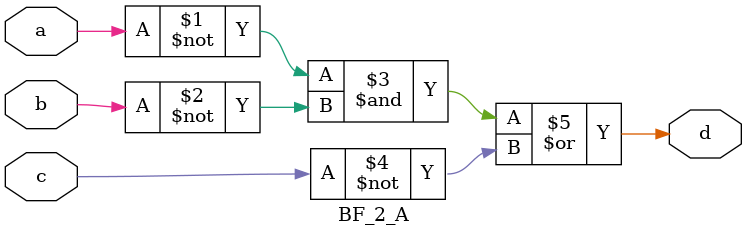
<source format=v>
`timescale 1ns / 1ps


module BF_2_A(
    input a, b, c,
    output d
    );
    
    assign d = (~a & ~b) | ~c;
    
endmodule
</source>
